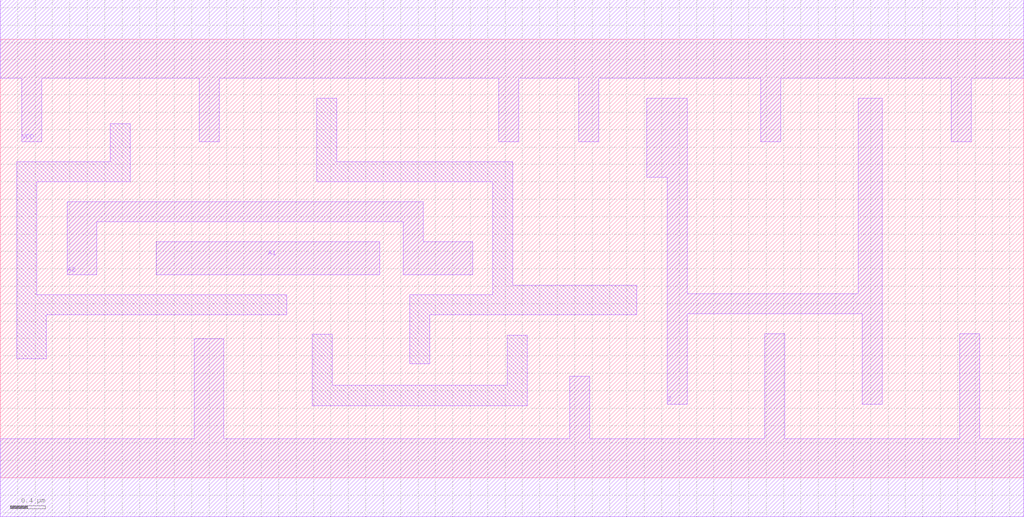
<source format=lef>
# Copyright 2022 GlobalFoundries PDK Authors
#
# Licensed under the Apache License, Version 2.0 (the "License");
# you may not use this file except in compliance with the License.
# You may obtain a copy of the License at
#
#      http://www.apache.org/licenses/LICENSE-2.0
#
# Unless required by applicable law or agreed to in writing, software
# distributed under the License is distributed on an "AS IS" BASIS,
# WITHOUT WARRANTIES OR CONDITIONS OF ANY KIND, either express or implied.
# See the License for the specific language governing permissions and
# limitations under the License.

MACRO gf180mcu_fd_sc_mcu9t5v0__xor2_4
  CLASS core ;
  FOREIGN gf180mcu_fd_sc_mcu9t5v0__xor2_4 0.0 0.0 ;
  ORIGIN 0 0 ;
  SYMMETRY X Y ;
  SITE GF018hv5v_green_sc9 ;
  SIZE 11.76 BY 5.04 ;
  PIN A1
    DIRECTION INPUT ;
    ANTENNAGATEAREA 2.1705 ;
    PORT
      LAYER METAL1 ;
        POLYGON 1.79 2.33 3.29 2.33 4.36 2.33 4.36 2.71 3.29 2.71 1.79 2.71  ;
    END
  END A1
  PIN A2
    DIRECTION INPUT ;
    ANTENNAGATEAREA 2.1705 ;
    PORT
      LAYER METAL1 ;
        POLYGON 0.77 2.33 1.11 2.33 1.11 2.94 3.29 2.94 4.63 2.94 4.63 2.33 5.43 2.33 5.43 2.71 4.86 2.71 4.86 3.17 3.29 3.17 0.77 3.17  ;
    END
  END A2
  PIN Z
    DIRECTION OUTPUT ;
    ANTENNADIFFAREA 3.459 ;
    PORT
      LAYER METAL1 ;
        POLYGON 7.43 3.45 7.665 3.45 7.665 0.845 7.895 0.845 7.895 1.885 9.905 1.885 9.905 0.845 10.135 0.845 10.135 4.36 9.855 4.36 9.855 2.115 7.895 2.115 7.895 4.36 7.43 4.36  ;
    END
  END Z
  PIN VDD
    DIRECTION INOUT ;
    USE power ;
    SHAPE ABUTMENT ;
    PORT
      LAYER METAL1 ;
        POLYGON 0 4.59 0.245 4.59 0.245 3.86 0.475 3.86 0.475 4.59 2.285 4.59 2.285 3.86 2.515 3.86 2.515 4.59 3.29 4.59 5.725 4.59 5.725 3.86 5.955 3.86 5.955 4.59 6.645 4.59 6.645 3.86 6.875 3.86 6.875 4.59 7.315 4.59 8.735 4.59 8.735 3.86 8.965 3.86 8.965 4.59 10.925 4.59 10.925 3.86 11.155 3.86 11.155 4.59 11.76 4.59 11.76 5.49 7.315 5.49 3.29 5.49 0 5.49  ;
    END
  END VDD
  PIN VSS
    DIRECTION INOUT ;
    USE ground ;
    SHAPE ABUTMENT ;
    PORT
      LAYER METAL1 ;
        POLYGON 0 -0.45 11.76 -0.45 11.76 0.45 11.255 0.45 11.255 1.655 11.025 1.655 11.025 0.45 9.015 0.45 9.015 1.655 8.785 1.655 8.785 0.45 6.775 0.45 6.775 1.165 6.545 1.165 6.545 0.45 2.57 0.45 2.57 1.595 2.23 1.595 2.23 0.45 0 0.45  ;
    END
  END VSS
  OBS
      LAYER METAL1 ;
        POLYGON 0.19 1.365 0.53 1.365 0.53 1.87 3.29 1.87 3.29 2.1 0.42 2.1 0.42 3.4 1.495 3.4 1.495 4.065 1.265 4.065 1.265 3.63 0.19 3.63  ;
        POLYGON 3.585 0.83 6.055 0.83 6.055 1.64 5.825 1.64 5.825 1.06 3.815 1.06 3.815 1.65 3.585 1.65  ;
        POLYGON 3.635 3.4 5.66 3.4 5.66 2.1 4.705 2.1 4.705 1.31 4.935 1.31 4.935 1.87 7.315 1.87 7.315 2.21 5.89 2.21 5.89 3.63 3.865 3.63 3.865 4.36 3.635 4.36  ;
  END
END gf180mcu_fd_sc_mcu9t5v0__xor2_4

</source>
